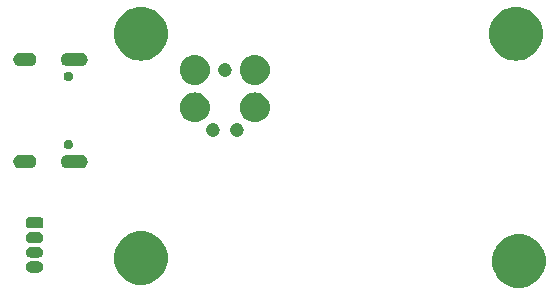
<source format=gbr>
%TF.GenerationSoftware,KiCad,Pcbnew,8.0.2*%
%TF.CreationDate,2024-11-05T19:48:56-03:00*%
%TF.ProjectId,BluetoothBoardSTM32,426c7565-746f-46f7-9468-426f61726453,rev?*%
%TF.SameCoordinates,PX2e0e41fPY5a51da2*%
%TF.FileFunction,Soldermask,Bot*%
%TF.FilePolarity,Negative*%
%FSLAX46Y46*%
G04 Gerber Fmt 4.6, Leading zero omitted, Abs format (unit mm)*
G04 Created by KiCad (PCBNEW 8.0.2) date 2024-11-05 19:48:56*
%MOMM*%
%LPD*%
G01*
G04 APERTURE LIST*
G04 APERTURE END LIST*
G36*
X44754705Y4967600D02*
G01*
X45047212Y4909417D01*
X45329623Y4813551D01*
X45597105Y4681644D01*
X45845081Y4515952D01*
X46069308Y4319309D01*
X46265951Y4095082D01*
X46431643Y3847106D01*
X46563550Y3579624D01*
X46659416Y3297213D01*
X46717599Y3004706D01*
X46737105Y2707106D01*
X46717599Y2409506D01*
X46659416Y2116999D01*
X46563550Y1834588D01*
X46431643Y1567106D01*
X46265951Y1319130D01*
X46069308Y1094903D01*
X45845081Y898260D01*
X45597105Y732568D01*
X45329623Y600661D01*
X45047212Y504795D01*
X44754705Y446612D01*
X44457105Y427106D01*
X44159505Y446612D01*
X43866998Y504795D01*
X43584587Y600661D01*
X43317105Y732568D01*
X43069129Y898260D01*
X42844902Y1094903D01*
X42648259Y1319130D01*
X42482567Y1567106D01*
X42350660Y1834588D01*
X42254794Y2116999D01*
X42196611Y2409506D01*
X42177105Y2707106D01*
X42196611Y3004706D01*
X42254794Y3297213D01*
X42350660Y3579624D01*
X42482567Y3847106D01*
X42648259Y4095082D01*
X42844902Y4319309D01*
X43069129Y4515952D01*
X43317105Y4681644D01*
X43584587Y4813551D01*
X43866998Y4909417D01*
X44159505Y4967600D01*
X44457105Y4987106D01*
X44754705Y4967600D01*
G37*
G36*
X12754705Y5217600D02*
G01*
X13047212Y5159417D01*
X13329623Y5063551D01*
X13597105Y4931644D01*
X13845081Y4765952D01*
X14069308Y4569309D01*
X14265951Y4345082D01*
X14431643Y4097106D01*
X14563550Y3829624D01*
X14659416Y3547213D01*
X14717599Y3254706D01*
X14737105Y2957106D01*
X14717599Y2659506D01*
X14659416Y2366999D01*
X14563550Y2084588D01*
X14431643Y1817106D01*
X14265951Y1569130D01*
X14069308Y1344903D01*
X13845081Y1148260D01*
X13597105Y982568D01*
X13329623Y850661D01*
X13047212Y754795D01*
X12754705Y696612D01*
X12457105Y677106D01*
X12159505Y696612D01*
X11866998Y754795D01*
X11584587Y850661D01*
X11317105Y982568D01*
X11069129Y1148260D01*
X10844902Y1344903D01*
X10648259Y1569130D01*
X10482567Y1817106D01*
X10350660Y2084588D01*
X10254794Y2366999D01*
X10196611Y2659506D01*
X10177105Y2957106D01*
X10196611Y3254706D01*
X10254794Y3547213D01*
X10350660Y3829624D01*
X10482567Y4097106D01*
X10648259Y4345082D01*
X10844902Y4569309D01*
X11069129Y4765952D01*
X11317105Y4931644D01*
X11584587Y5063551D01*
X11866998Y5159417D01*
X12159505Y5217600D01*
X12457105Y5237106D01*
X12754705Y5217600D01*
G37*
G36*
X3769758Y2683000D02*
G01*
X3890793Y2650568D01*
X3999310Y2587916D01*
X4087915Y2499311D01*
X4150567Y2390794D01*
X4182999Y2269759D01*
X4182999Y2144453D01*
X4150567Y2023418D01*
X4087915Y1914901D01*
X3999310Y1826296D01*
X3890793Y1763644D01*
X3769758Y1731212D01*
X3207105Y1727106D01*
X3144452Y1731212D01*
X3023417Y1763644D01*
X2914900Y1826296D01*
X2826295Y1914901D01*
X2763643Y2023418D01*
X2731211Y2144453D01*
X2731211Y2269759D01*
X2763643Y2390794D01*
X2826295Y2499311D01*
X2914900Y2587916D01*
X3023417Y2650568D01*
X3144452Y2683000D01*
X3707105Y2687106D01*
X3769758Y2683000D01*
G37*
G36*
X3769758Y3933000D02*
G01*
X3890793Y3900568D01*
X3999310Y3837916D01*
X4087915Y3749311D01*
X4150567Y3640794D01*
X4182999Y3519759D01*
X4182999Y3394453D01*
X4150567Y3273418D01*
X4087915Y3164901D01*
X3999310Y3076296D01*
X3890793Y3013644D01*
X3769758Y2981212D01*
X3207105Y2977106D01*
X3144452Y2981212D01*
X3023417Y3013644D01*
X2914900Y3076296D01*
X2826295Y3164901D01*
X2763643Y3273418D01*
X2731211Y3394453D01*
X2731211Y3519759D01*
X2763643Y3640794D01*
X2826295Y3749311D01*
X2914900Y3837916D01*
X3023417Y3900568D01*
X3144452Y3933000D01*
X3707105Y3937106D01*
X3769758Y3933000D01*
G37*
G36*
X3769758Y5183000D02*
G01*
X3890793Y5150568D01*
X3999310Y5087916D01*
X4087915Y4999311D01*
X4150567Y4890794D01*
X4182999Y4769759D01*
X4182999Y4644453D01*
X4150567Y4523418D01*
X4087915Y4414901D01*
X3999310Y4326296D01*
X3890793Y4263644D01*
X3769758Y4231212D01*
X3207105Y4227106D01*
X3144452Y4231212D01*
X3023417Y4263644D01*
X2914900Y4326296D01*
X2826295Y4414901D01*
X2763643Y4523418D01*
X2731211Y4644453D01*
X2731211Y4769759D01*
X2763643Y4890794D01*
X2826295Y4999311D01*
X2914900Y5087916D01*
X3023417Y5150568D01*
X3144452Y5183000D01*
X3707105Y5187106D01*
X3769758Y5183000D01*
G37*
G36*
X3971211Y6429669D02*
G01*
X3976183Y6427474D01*
X3978055Y6427227D01*
X4001481Y6416303D01*
X4065343Y6388105D01*
X4138104Y6315344D01*
X4166311Y6251462D01*
X4177225Y6228057D01*
X4177471Y6226188D01*
X4179668Y6221212D01*
X4187105Y6157106D01*
X4187105Y5757106D01*
X4179668Y5693000D01*
X4177470Y5688025D01*
X4177225Y5686156D01*
X4166319Y5662770D01*
X4138104Y5598868D01*
X4065343Y5526107D01*
X4001441Y5497892D01*
X3978055Y5486986D01*
X3976186Y5486741D01*
X3971211Y5484543D01*
X3907105Y5477106D01*
X3007105Y5477106D01*
X2942999Y5484543D01*
X2938023Y5486740D01*
X2936154Y5486986D01*
X2912749Y5497900D01*
X2848867Y5526107D01*
X2776106Y5598868D01*
X2747908Y5662730D01*
X2736984Y5686156D01*
X2736737Y5688028D01*
X2734542Y5693000D01*
X2727105Y5757106D01*
X2727105Y6157106D01*
X2734542Y6221212D01*
X2736737Y6226185D01*
X2736984Y6228057D01*
X2747916Y6251502D01*
X2776106Y6315344D01*
X2848867Y6388105D01*
X2912709Y6416295D01*
X2936154Y6427227D01*
X2938026Y6427474D01*
X2942999Y6429669D01*
X3007105Y6437106D01*
X3907105Y6437106D01*
X3971211Y6429669D01*
G37*
G36*
X3036662Y11716808D02*
G01*
X3087412Y11714314D01*
X3093658Y11713072D01*
X3107810Y11712144D01*
X3135150Y11704819D01*
X3200380Y11691843D01*
X3231168Y11679091D01*
X3254061Y11672956D01*
X3274586Y11661106D01*
X3305372Y11648354D01*
X3360659Y11611413D01*
X3385187Y11597251D01*
X3391901Y11590537D01*
X3399864Y11585216D01*
X3480214Y11504866D01*
X3485534Y11496904D01*
X3492250Y11490188D01*
X3506413Y11465657D01*
X3543352Y11410374D01*
X3556102Y11379591D01*
X3567955Y11359062D01*
X3574090Y11336166D01*
X3586841Y11305382D01*
X3599813Y11240164D01*
X3607143Y11212811D01*
X3607143Y11203318D01*
X3609011Y11193927D01*
X3609011Y11080286D01*
X3607143Y11070896D01*
X3607143Y11061401D01*
X3599813Y11034046D01*
X3586841Y10968831D01*
X3574090Y10938050D01*
X3567955Y10915150D01*
X3556101Y10894619D01*
X3543352Y10863839D01*
X3506417Y10808563D01*
X3492250Y10784024D01*
X3485532Y10777307D01*
X3480214Y10769347D01*
X3399864Y10688997D01*
X3391904Y10683679D01*
X3385187Y10676961D01*
X3360648Y10662794D01*
X3305372Y10625859D01*
X3274592Y10613110D01*
X3254061Y10601256D01*
X3231161Y10595121D01*
X3200380Y10582370D01*
X3135171Y10569400D01*
X3107810Y10562068D01*
X3098034Y10562013D01*
X3088816Y10560179D01*
X2233525Y10557112D01*
X2233487Y10557114D01*
X2232105Y10557106D01*
X2227489Y10557409D01*
X2176797Y10559899D01*
X2170557Y10561141D01*
X2156400Y10562068D01*
X2129047Y10569397D01*
X2063829Y10582370D01*
X2033045Y10595121D01*
X2010149Y10601256D01*
X1989620Y10613109D01*
X1958837Y10625859D01*
X1903554Y10662798D01*
X1879023Y10676961D01*
X1872307Y10683677D01*
X1864345Y10688997D01*
X1783995Y10769347D01*
X1778674Y10777310D01*
X1771960Y10784024D01*
X1757798Y10808552D01*
X1720857Y10863839D01*
X1708105Y10894625D01*
X1696255Y10915150D01*
X1690120Y10938043D01*
X1677368Y10968831D01*
X1664395Y11034052D01*
X1657067Y11061401D01*
X1657067Y11070895D01*
X1655199Y11080286D01*
X1655199Y11193927D01*
X1657067Y11203319D01*
X1657067Y11212811D01*
X1664394Y11240158D01*
X1677368Y11305382D01*
X1690121Y11336173D01*
X1696255Y11359062D01*
X1708103Y11379585D01*
X1720857Y11410374D01*
X1757803Y11465668D01*
X1771960Y11490188D01*
X1778672Y11496901D01*
X1783995Y11504866D01*
X1864345Y11585216D01*
X1872310Y11590539D01*
X1879023Y11597251D01*
X1903543Y11611408D01*
X1958837Y11648354D01*
X1989626Y11661108D01*
X2010149Y11672956D01*
X2033038Y11679090D01*
X2063829Y11691843D01*
X2129056Y11704818D01*
X2156400Y11712144D01*
X2166169Y11712200D01*
X2175393Y11714034D01*
X3030684Y11717101D01*
X3030739Y11717099D01*
X3032105Y11717106D01*
X3036662Y11716808D01*
G37*
G36*
X7366693Y11716806D02*
G01*
X7417412Y11714314D01*
X7423658Y11713072D01*
X7437810Y11712144D01*
X7465150Y11704819D01*
X7530380Y11691843D01*
X7561168Y11679091D01*
X7584061Y11672956D01*
X7604586Y11661106D01*
X7635372Y11648354D01*
X7690659Y11611413D01*
X7715187Y11597251D01*
X7721901Y11590537D01*
X7729864Y11585216D01*
X7810214Y11504866D01*
X7815534Y11496904D01*
X7822250Y11490188D01*
X7836413Y11465657D01*
X7873352Y11410374D01*
X7886102Y11379591D01*
X7897955Y11359062D01*
X7904090Y11336166D01*
X7916841Y11305382D01*
X7929813Y11240164D01*
X7937143Y11212811D01*
X7937143Y11203318D01*
X7939011Y11193927D01*
X7939011Y11080286D01*
X7937143Y11070896D01*
X7937143Y11061401D01*
X7929813Y11034046D01*
X7916841Y10968831D01*
X7904090Y10938050D01*
X7897955Y10915150D01*
X7886101Y10894619D01*
X7873352Y10863839D01*
X7836417Y10808563D01*
X7822250Y10784024D01*
X7815532Y10777307D01*
X7810214Y10769347D01*
X7729864Y10688997D01*
X7721904Y10683679D01*
X7715187Y10676961D01*
X7690648Y10662794D01*
X7635372Y10625859D01*
X7604592Y10613110D01*
X7584061Y10601256D01*
X7561161Y10595121D01*
X7530380Y10582370D01*
X7465166Y10569399D01*
X7437810Y10562068D01*
X7428109Y10562028D01*
X7418844Y10560184D01*
X6263557Y10557111D01*
X6263535Y10557113D01*
X6262105Y10557106D01*
X6257458Y10557411D01*
X6206797Y10559899D01*
X6200557Y10561141D01*
X6186400Y10562068D01*
X6159047Y10569397D01*
X6093829Y10582370D01*
X6063045Y10595121D01*
X6040149Y10601256D01*
X6019620Y10613109D01*
X5988837Y10625859D01*
X5933554Y10662798D01*
X5909023Y10676961D01*
X5902307Y10683677D01*
X5894345Y10688997D01*
X5813995Y10769347D01*
X5808674Y10777310D01*
X5801960Y10784024D01*
X5787798Y10808552D01*
X5750857Y10863839D01*
X5738105Y10894625D01*
X5726255Y10915150D01*
X5720120Y10938043D01*
X5707368Y10968831D01*
X5694395Y11034052D01*
X5687067Y11061401D01*
X5687067Y11070895D01*
X5685199Y11080286D01*
X5685199Y11193927D01*
X5687067Y11203319D01*
X5687067Y11212811D01*
X5694394Y11240158D01*
X5707368Y11305382D01*
X5720121Y11336173D01*
X5726255Y11359062D01*
X5738103Y11379585D01*
X5750857Y11410374D01*
X5787803Y11465668D01*
X5801960Y11490188D01*
X5808672Y11496901D01*
X5813995Y11504866D01*
X5894345Y11585216D01*
X5902310Y11590539D01*
X5909023Y11597251D01*
X5933543Y11611408D01*
X5988837Y11648354D01*
X6019626Y11661108D01*
X6040149Y11672956D01*
X6063038Y11679090D01*
X6093829Y11691843D01*
X6159061Y11704819D01*
X6186400Y11712144D01*
X6196094Y11712185D01*
X6205365Y11714029D01*
X7360652Y11717102D01*
X7360691Y11717101D01*
X7362105Y11717106D01*
X7366693Y11716806D01*
G37*
G36*
X6342146Y12967348D02*
G01*
X6369652Y12967348D01*
X6401864Y12957890D01*
X6437257Y12952284D01*
X6459426Y12940989D01*
X6480079Y12934924D01*
X6513569Y12913401D01*
X6550158Y12894758D01*
X6563790Y12881126D01*
X6576902Y12872699D01*
X6607313Y12837603D01*
X6639757Y12805159D01*
X6645938Y12793028D01*
X6652272Y12785718D01*
X6674821Y12736341D01*
X6697283Y12692258D01*
X6698519Y12684449D01*
X6700082Y12681028D01*
X6710130Y12611145D01*
X6717105Y12567106D01*
X6710129Y12523064D01*
X6700082Y12453185D01*
X6698520Y12449765D01*
X6697283Y12441954D01*
X6674817Y12397863D01*
X6652272Y12348495D01*
X6645939Y12341188D01*
X6639757Y12329053D01*
X6607307Y12296604D01*
X6576902Y12261514D01*
X6563793Y12253090D01*
X6550158Y12239454D01*
X6513561Y12220808D01*
X6480079Y12199289D01*
X6459430Y12193226D01*
X6437257Y12181928D01*
X6401862Y12176323D01*
X6369652Y12166864D01*
X6342146Y12166864D01*
X6312105Y12162106D01*
X6282064Y12166864D01*
X6254558Y12166864D01*
X6222346Y12176323D01*
X6186953Y12181928D01*
X6164780Y12193226D01*
X6144130Y12199289D01*
X6110643Y12220810D01*
X6074052Y12239454D01*
X6060418Y12253088D01*
X6047307Y12261514D01*
X6016895Y12296611D01*
X5984453Y12329053D01*
X5978271Y12341185D01*
X5971937Y12348495D01*
X5949383Y12397882D01*
X5926927Y12441954D01*
X5925690Y12449762D01*
X5924127Y12453185D01*
X5914069Y12523133D01*
X5907105Y12567106D01*
X5914069Y12611077D01*
X5924127Y12681028D01*
X5925690Y12684452D01*
X5926927Y12692258D01*
X5949378Y12736322D01*
X5971937Y12785718D01*
X5978273Y12793031D01*
X5984453Y12805159D01*
X6016888Y12837595D01*
X6047307Y12872699D01*
X6060420Y12881127D01*
X6074052Y12894758D01*
X6110636Y12913399D01*
X6144130Y12934924D01*
X6164784Y12940989D01*
X6186953Y12952284D01*
X6222344Y12957890D01*
X6254558Y12967348D01*
X6282064Y12967348D01*
X6312105Y12972106D01*
X6342146Y12967348D01*
G37*
G36*
X18586425Y14377756D02*
G01*
X18620394Y14377756D01*
X18659341Y14368157D01*
X18700004Y14362803D01*
X18727839Y14351274D01*
X18754946Y14344592D01*
X18796047Y14323021D01*
X18838755Y14305330D01*
X18858240Y14290379D01*
X18877653Y14280190D01*
X18917341Y14245030D01*
X18957904Y14213905D01*
X18969431Y14198882D01*
X18981376Y14188300D01*
X19015633Y14138670D01*
X19049329Y14094756D01*
X19054407Y14082496D01*
X19060101Y14074247D01*
X19084799Y14009124D01*
X19106802Y13956005D01*
X19107789Y13948505D01*
X19109243Y13944672D01*
X19120500Y13851953D01*
X19126405Y13807106D01*
X19120500Y13762256D01*
X19109243Y13669541D01*
X19107789Y13665709D01*
X19106802Y13658207D01*
X19084795Y13605078D01*
X19060101Y13539966D01*
X19054408Y13531720D01*
X19049329Y13519456D01*
X19015626Y13475534D01*
X18981376Y13425913D01*
X18969433Y13415334D01*
X18957904Y13400307D01*
X18917333Y13369177D01*
X18877653Y13334023D01*
X18858244Y13323837D01*
X18838755Y13308882D01*
X18796038Y13291188D01*
X18754946Y13269621D01*
X18727843Y13262941D01*
X18700004Y13251409D01*
X18659338Y13246056D01*
X18620394Y13236456D01*
X18586425Y13236456D01*
X18551105Y13231806D01*
X18515785Y13236456D01*
X18481816Y13236456D01*
X18442870Y13246056D01*
X18402206Y13251409D01*
X18374367Y13262941D01*
X18347263Y13269621D01*
X18306167Y13291190D01*
X18263455Y13308882D01*
X18243967Y13323835D01*
X18224556Y13334023D01*
X18184869Y13369182D01*
X18144306Y13400307D01*
X18132778Y13415331D01*
X18120833Y13425913D01*
X18086573Y13475547D01*
X18052881Y13519456D01*
X18047802Y13531716D01*
X18042108Y13539966D01*
X18017403Y13605107D01*
X17995408Y13658207D01*
X17994420Y13665705D01*
X17992966Y13669541D01*
X17981696Y13762354D01*
X17975805Y13807106D01*
X17981696Y13851855D01*
X17992966Y13944672D01*
X17994421Y13948509D01*
X17995408Y13956005D01*
X18017398Y14009095D01*
X18042108Y14074247D01*
X18047803Y14082500D01*
X18052881Y14094756D01*
X18086566Y14138657D01*
X18120833Y14188300D01*
X18132780Y14198885D01*
X18144306Y14213905D01*
X18184861Y14245024D01*
X18224556Y14280190D01*
X18243971Y14290381D01*
X18263455Y14305330D01*
X18306158Y14323019D01*
X18347263Y14344592D01*
X18374372Y14351274D01*
X18402206Y14362803D01*
X18442867Y14368157D01*
X18481816Y14377756D01*
X18515785Y14377756D01*
X18551105Y14382406D01*
X18586425Y14377756D01*
G37*
G36*
X20618425Y14377756D02*
G01*
X20652394Y14377756D01*
X20691341Y14368157D01*
X20732004Y14362803D01*
X20759839Y14351274D01*
X20786946Y14344592D01*
X20828047Y14323021D01*
X20870755Y14305330D01*
X20890240Y14290379D01*
X20909653Y14280190D01*
X20949341Y14245030D01*
X20989904Y14213905D01*
X21001431Y14198882D01*
X21013376Y14188300D01*
X21047633Y14138670D01*
X21081329Y14094756D01*
X21086407Y14082496D01*
X21092101Y14074247D01*
X21116799Y14009124D01*
X21138802Y13956005D01*
X21139789Y13948505D01*
X21141243Y13944672D01*
X21152500Y13851953D01*
X21158405Y13807106D01*
X21152500Y13762256D01*
X21141243Y13669541D01*
X21139789Y13665709D01*
X21138802Y13658207D01*
X21116795Y13605078D01*
X21092101Y13539966D01*
X21086408Y13531720D01*
X21081329Y13519456D01*
X21047626Y13475534D01*
X21013376Y13425913D01*
X21001433Y13415334D01*
X20989904Y13400307D01*
X20949333Y13369177D01*
X20909653Y13334023D01*
X20890244Y13323837D01*
X20870755Y13308882D01*
X20828038Y13291188D01*
X20786946Y13269621D01*
X20759843Y13262941D01*
X20732004Y13251409D01*
X20691338Y13246056D01*
X20652394Y13236456D01*
X20618425Y13236456D01*
X20583105Y13231806D01*
X20547785Y13236456D01*
X20513816Y13236456D01*
X20474870Y13246056D01*
X20434206Y13251409D01*
X20406367Y13262941D01*
X20379263Y13269621D01*
X20338167Y13291190D01*
X20295455Y13308882D01*
X20275967Y13323835D01*
X20256556Y13334023D01*
X20216869Y13369182D01*
X20176306Y13400307D01*
X20164778Y13415331D01*
X20152833Y13425913D01*
X20118573Y13475547D01*
X20084881Y13519456D01*
X20079802Y13531716D01*
X20074108Y13539966D01*
X20049403Y13605107D01*
X20027408Y13658207D01*
X20026420Y13665705D01*
X20024966Y13669541D01*
X20013696Y13762354D01*
X20007805Y13807106D01*
X20013696Y13851855D01*
X20024966Y13944672D01*
X20026421Y13948509D01*
X20027408Y13956005D01*
X20049398Y14009095D01*
X20074108Y14074247D01*
X20079803Y14082500D01*
X20084881Y14094756D01*
X20118566Y14138657D01*
X20152833Y14188300D01*
X20164780Y14198885D01*
X20176306Y14213905D01*
X20216861Y14245024D01*
X20256556Y14280190D01*
X20275971Y14290381D01*
X20295455Y14305330D01*
X20338158Y14323019D01*
X20379263Y14344592D01*
X20406372Y14351274D01*
X20434206Y14362803D01*
X20474867Y14368157D01*
X20513816Y14377756D01*
X20547785Y14377756D01*
X20583105Y14382406D01*
X20618425Y14377756D01*
G37*
G36*
X17247195Y16960301D02*
G01*
X17460598Y16903119D01*
X17660830Y16809750D01*
X17841806Y16683029D01*
X17998028Y16526807D01*
X18124749Y16345831D01*
X18218118Y16145599D01*
X18275300Y15932196D01*
X18294555Y15712106D01*
X18275300Y15492016D01*
X18218118Y15278613D01*
X18124749Y15078381D01*
X17998028Y14897405D01*
X17841806Y14741183D01*
X17660830Y14614462D01*
X17460598Y14521093D01*
X17247195Y14463911D01*
X17027105Y14444656D01*
X16807015Y14463911D01*
X16593612Y14521093D01*
X16393380Y14614462D01*
X16212404Y14741183D01*
X16056182Y14897405D01*
X15929461Y15078381D01*
X15836092Y15278613D01*
X15778910Y15492016D01*
X15759655Y15712106D01*
X15778910Y15932196D01*
X15836092Y16145599D01*
X15929461Y16345831D01*
X16056182Y16526807D01*
X16212404Y16683029D01*
X16393380Y16809750D01*
X16593612Y16903119D01*
X16807015Y16960301D01*
X17027105Y16979556D01*
X17247195Y16960301D01*
G37*
G36*
X22327195Y16960301D02*
G01*
X22540598Y16903119D01*
X22740830Y16809750D01*
X22921806Y16683029D01*
X23078028Y16526807D01*
X23204749Y16345831D01*
X23298118Y16145599D01*
X23355300Y15932196D01*
X23374555Y15712106D01*
X23355300Y15492016D01*
X23298118Y15278613D01*
X23204749Y15078381D01*
X23078028Y14897405D01*
X22921806Y14741183D01*
X22740830Y14614462D01*
X22540598Y14521093D01*
X22327195Y14463911D01*
X22107105Y14444656D01*
X21887015Y14463911D01*
X21673612Y14521093D01*
X21473380Y14614462D01*
X21292404Y14741183D01*
X21136182Y14897405D01*
X21009461Y15078381D01*
X20916092Y15278613D01*
X20858910Y15492016D01*
X20839655Y15712106D01*
X20858910Y15932196D01*
X20916092Y16145599D01*
X21009461Y16345831D01*
X21136182Y16526807D01*
X21292404Y16683029D01*
X21473380Y16809750D01*
X21673612Y16903119D01*
X21887015Y16960301D01*
X22107105Y16979556D01*
X22327195Y16960301D01*
G37*
G36*
X17247195Y20135301D02*
G01*
X17460598Y20078119D01*
X17660830Y19984750D01*
X17841806Y19858029D01*
X17998028Y19701807D01*
X18124749Y19520831D01*
X18218118Y19320599D01*
X18275300Y19107196D01*
X18294555Y18887106D01*
X18275300Y18667016D01*
X18218118Y18453613D01*
X18124749Y18253381D01*
X17998028Y18072405D01*
X17841806Y17916183D01*
X17660830Y17789462D01*
X17460598Y17696093D01*
X17247195Y17638911D01*
X17027105Y17619656D01*
X16807015Y17638911D01*
X16593612Y17696093D01*
X16393380Y17789462D01*
X16212404Y17916183D01*
X16056182Y18072405D01*
X15929461Y18253381D01*
X15836092Y18453613D01*
X15778910Y18667016D01*
X15759655Y18887106D01*
X15778910Y19107196D01*
X15836092Y19320599D01*
X15929461Y19520831D01*
X16056182Y19701807D01*
X16212404Y19858029D01*
X16393380Y19984750D01*
X16593612Y20078119D01*
X16807015Y20135301D01*
X17027105Y20154556D01*
X17247195Y20135301D01*
G37*
G36*
X22327195Y20135301D02*
G01*
X22540598Y20078119D01*
X22740830Y19984750D01*
X22921806Y19858029D01*
X23078028Y19701807D01*
X23204749Y19520831D01*
X23298118Y19320599D01*
X23355300Y19107196D01*
X23374555Y18887106D01*
X23355300Y18667016D01*
X23298118Y18453613D01*
X23204749Y18253381D01*
X23078028Y18072405D01*
X22921806Y17916183D01*
X22740830Y17789462D01*
X22540598Y17696093D01*
X22327195Y17638911D01*
X22107105Y17619656D01*
X21887015Y17638911D01*
X21673612Y17696093D01*
X21473380Y17789462D01*
X21292404Y17916183D01*
X21136182Y18072405D01*
X21009461Y18253381D01*
X20916092Y18453613D01*
X20858910Y18667016D01*
X20839655Y18887106D01*
X20858910Y19107196D01*
X20916092Y19320599D01*
X21009461Y19520831D01*
X21136182Y19701807D01*
X21292404Y19858029D01*
X21473380Y19984750D01*
X21673612Y20078119D01*
X21887015Y20135301D01*
X22107105Y20154556D01*
X22327195Y20135301D01*
G37*
G36*
X6342146Y18747348D02*
G01*
X6369652Y18747348D01*
X6401864Y18737890D01*
X6437257Y18732284D01*
X6459426Y18720989D01*
X6480079Y18714924D01*
X6513569Y18693401D01*
X6550158Y18674758D01*
X6563790Y18661126D01*
X6576902Y18652699D01*
X6607313Y18617603D01*
X6639757Y18585159D01*
X6645938Y18573028D01*
X6652272Y18565718D01*
X6674821Y18516341D01*
X6697283Y18472258D01*
X6698519Y18464449D01*
X6700082Y18461028D01*
X6710130Y18391145D01*
X6717105Y18347106D01*
X6710129Y18303064D01*
X6700082Y18233185D01*
X6698520Y18229765D01*
X6697283Y18221954D01*
X6674817Y18177863D01*
X6652272Y18128495D01*
X6645939Y18121188D01*
X6639757Y18109053D01*
X6607307Y18076604D01*
X6576902Y18041514D01*
X6563793Y18033090D01*
X6550158Y18019454D01*
X6513561Y18000808D01*
X6480079Y17979289D01*
X6459430Y17973226D01*
X6437257Y17961928D01*
X6401862Y17956323D01*
X6369652Y17946864D01*
X6342146Y17946864D01*
X6312105Y17942106D01*
X6282064Y17946864D01*
X6254558Y17946864D01*
X6222346Y17956323D01*
X6186953Y17961928D01*
X6164780Y17973226D01*
X6144130Y17979289D01*
X6110643Y18000810D01*
X6074052Y18019454D01*
X6060418Y18033088D01*
X6047307Y18041514D01*
X6016895Y18076611D01*
X5984453Y18109053D01*
X5978271Y18121185D01*
X5971937Y18128495D01*
X5949383Y18177882D01*
X5926927Y18221954D01*
X5925690Y18229762D01*
X5924127Y18233185D01*
X5914069Y18303133D01*
X5907105Y18347106D01*
X5914069Y18391077D01*
X5924127Y18461028D01*
X5925690Y18464452D01*
X5926927Y18472258D01*
X5949378Y18516322D01*
X5971937Y18565718D01*
X5978273Y18573031D01*
X5984453Y18585159D01*
X6016888Y18617595D01*
X6047307Y18652699D01*
X6060420Y18661127D01*
X6074052Y18674758D01*
X6110636Y18693399D01*
X6144130Y18714924D01*
X6164784Y18720989D01*
X6186953Y18732284D01*
X6222344Y18737890D01*
X6254558Y18747348D01*
X6282064Y18747348D01*
X6312105Y18752106D01*
X6342146Y18747348D01*
G37*
G36*
X19602425Y19457756D02*
G01*
X19636394Y19457756D01*
X19675341Y19448157D01*
X19716004Y19442803D01*
X19743839Y19431274D01*
X19770946Y19424592D01*
X19812047Y19403021D01*
X19854755Y19385330D01*
X19874240Y19370379D01*
X19893653Y19360190D01*
X19933341Y19325030D01*
X19973904Y19293905D01*
X19985431Y19278882D01*
X19997376Y19268300D01*
X20031633Y19218670D01*
X20065329Y19174756D01*
X20070407Y19162496D01*
X20076101Y19154247D01*
X20100799Y19089124D01*
X20122802Y19036005D01*
X20123789Y19028505D01*
X20125243Y19024672D01*
X20136500Y18931953D01*
X20142405Y18887106D01*
X20136500Y18842256D01*
X20125243Y18749541D01*
X20123789Y18745709D01*
X20122802Y18738207D01*
X20100795Y18685078D01*
X20076101Y18619966D01*
X20070408Y18611720D01*
X20065329Y18599456D01*
X20031626Y18555534D01*
X19997376Y18505913D01*
X19985433Y18495334D01*
X19973904Y18480307D01*
X19933333Y18449177D01*
X19893653Y18414023D01*
X19874244Y18403837D01*
X19854755Y18388882D01*
X19812038Y18371188D01*
X19770946Y18349621D01*
X19743843Y18342941D01*
X19716004Y18331409D01*
X19675338Y18326056D01*
X19636394Y18316456D01*
X19602425Y18316456D01*
X19567105Y18311806D01*
X19531785Y18316456D01*
X19497816Y18316456D01*
X19458870Y18326056D01*
X19418206Y18331409D01*
X19390367Y18342941D01*
X19363263Y18349621D01*
X19322167Y18371190D01*
X19279455Y18388882D01*
X19259967Y18403835D01*
X19240556Y18414023D01*
X19200869Y18449182D01*
X19160306Y18480307D01*
X19148778Y18495331D01*
X19136833Y18505913D01*
X19102573Y18555547D01*
X19068881Y18599456D01*
X19063802Y18611716D01*
X19058108Y18619966D01*
X19033403Y18685107D01*
X19011408Y18738207D01*
X19010420Y18745705D01*
X19008966Y18749541D01*
X18997696Y18842354D01*
X18991805Y18887106D01*
X18997696Y18931855D01*
X19008966Y19024672D01*
X19010421Y19028509D01*
X19011408Y19036005D01*
X19033398Y19089095D01*
X19058108Y19154247D01*
X19063803Y19162500D01*
X19068881Y19174756D01*
X19102566Y19218657D01*
X19136833Y19268300D01*
X19148780Y19278885D01*
X19160306Y19293905D01*
X19200861Y19325024D01*
X19240556Y19360190D01*
X19259971Y19370381D01*
X19279455Y19385330D01*
X19322158Y19403019D01*
X19363263Y19424592D01*
X19390372Y19431274D01*
X19418206Y19442803D01*
X19458867Y19448157D01*
X19497816Y19457756D01*
X19531785Y19457756D01*
X19567105Y19462406D01*
X19602425Y19457756D01*
G37*
G36*
X3036662Y20356808D02*
G01*
X3087412Y20354314D01*
X3093658Y20353072D01*
X3107810Y20352144D01*
X3135150Y20344819D01*
X3200380Y20331843D01*
X3231168Y20319091D01*
X3254061Y20312956D01*
X3274586Y20301106D01*
X3305372Y20288354D01*
X3360659Y20251413D01*
X3385187Y20237251D01*
X3391901Y20230537D01*
X3399864Y20225216D01*
X3480214Y20144866D01*
X3485534Y20136904D01*
X3492250Y20130188D01*
X3506413Y20105657D01*
X3543352Y20050374D01*
X3556102Y20019591D01*
X3567955Y19999062D01*
X3574090Y19976166D01*
X3586841Y19945382D01*
X3599813Y19880164D01*
X3607143Y19852811D01*
X3607143Y19843318D01*
X3609011Y19833927D01*
X3609011Y19720286D01*
X3607143Y19710896D01*
X3607143Y19701401D01*
X3599813Y19674046D01*
X3586841Y19608831D01*
X3574090Y19578050D01*
X3567955Y19555150D01*
X3556101Y19534619D01*
X3543352Y19503839D01*
X3506417Y19448563D01*
X3492250Y19424024D01*
X3485532Y19417307D01*
X3480214Y19409347D01*
X3399864Y19328997D01*
X3391904Y19323679D01*
X3385187Y19316961D01*
X3360648Y19302794D01*
X3305372Y19265859D01*
X3274592Y19253110D01*
X3254061Y19241256D01*
X3231161Y19235121D01*
X3200380Y19222370D01*
X3135171Y19209400D01*
X3107810Y19202068D01*
X3098034Y19202013D01*
X3088816Y19200179D01*
X2233525Y19197112D01*
X2233487Y19197114D01*
X2232105Y19197106D01*
X2227489Y19197409D01*
X2176797Y19199899D01*
X2170557Y19201141D01*
X2156400Y19202068D01*
X2129047Y19209397D01*
X2063829Y19222370D01*
X2033045Y19235121D01*
X2010149Y19241256D01*
X1989620Y19253109D01*
X1958837Y19265859D01*
X1903554Y19302798D01*
X1879023Y19316961D01*
X1872307Y19323677D01*
X1864345Y19328997D01*
X1783995Y19409347D01*
X1778674Y19417310D01*
X1771960Y19424024D01*
X1757798Y19448552D01*
X1720857Y19503839D01*
X1708105Y19534625D01*
X1696255Y19555150D01*
X1690120Y19578043D01*
X1677368Y19608831D01*
X1664395Y19674052D01*
X1657067Y19701401D01*
X1657067Y19710895D01*
X1655199Y19720286D01*
X1655199Y19833927D01*
X1657067Y19843319D01*
X1657067Y19852811D01*
X1664394Y19880158D01*
X1677368Y19945382D01*
X1690121Y19976173D01*
X1696255Y19999062D01*
X1708103Y20019585D01*
X1720857Y20050374D01*
X1757803Y20105668D01*
X1771960Y20130188D01*
X1778672Y20136901D01*
X1783995Y20144866D01*
X1864345Y20225216D01*
X1872310Y20230539D01*
X1879023Y20237251D01*
X1903543Y20251408D01*
X1958837Y20288354D01*
X1989626Y20301108D01*
X2010149Y20312956D01*
X2033038Y20319090D01*
X2063829Y20331843D01*
X2129056Y20344818D01*
X2156400Y20352144D01*
X2166169Y20352200D01*
X2175393Y20354034D01*
X3030684Y20357101D01*
X3030739Y20357099D01*
X3032105Y20357106D01*
X3036662Y20356808D01*
G37*
G36*
X7366693Y20356806D02*
G01*
X7417412Y20354314D01*
X7423658Y20353072D01*
X7437810Y20352144D01*
X7465150Y20344819D01*
X7530380Y20331843D01*
X7561168Y20319091D01*
X7584061Y20312956D01*
X7604586Y20301106D01*
X7635372Y20288354D01*
X7690659Y20251413D01*
X7715187Y20237251D01*
X7721901Y20230537D01*
X7729864Y20225216D01*
X7810214Y20144866D01*
X7815534Y20136904D01*
X7822250Y20130188D01*
X7836413Y20105657D01*
X7873352Y20050374D01*
X7886102Y20019591D01*
X7897955Y19999062D01*
X7904090Y19976166D01*
X7916841Y19945382D01*
X7929813Y19880164D01*
X7937143Y19852811D01*
X7937143Y19843318D01*
X7939011Y19833927D01*
X7939011Y19720286D01*
X7937143Y19710896D01*
X7937143Y19701401D01*
X7929813Y19674046D01*
X7916841Y19608831D01*
X7904090Y19578050D01*
X7897955Y19555150D01*
X7886101Y19534619D01*
X7873352Y19503839D01*
X7836417Y19448563D01*
X7822250Y19424024D01*
X7815532Y19417307D01*
X7810214Y19409347D01*
X7729864Y19328997D01*
X7721904Y19323679D01*
X7715187Y19316961D01*
X7690648Y19302794D01*
X7635372Y19265859D01*
X7604592Y19253110D01*
X7584061Y19241256D01*
X7561161Y19235121D01*
X7530380Y19222370D01*
X7465166Y19209399D01*
X7437810Y19202068D01*
X7428109Y19202028D01*
X7418844Y19200184D01*
X6263557Y19197111D01*
X6263535Y19197113D01*
X6262105Y19197106D01*
X6257458Y19197411D01*
X6206797Y19199899D01*
X6200557Y19201141D01*
X6186400Y19202068D01*
X6159047Y19209397D01*
X6093829Y19222370D01*
X6063045Y19235121D01*
X6040149Y19241256D01*
X6019620Y19253109D01*
X5988837Y19265859D01*
X5933554Y19302798D01*
X5909023Y19316961D01*
X5902307Y19323677D01*
X5894345Y19328997D01*
X5813995Y19409347D01*
X5808674Y19417310D01*
X5801960Y19424024D01*
X5787798Y19448552D01*
X5750857Y19503839D01*
X5738105Y19534625D01*
X5726255Y19555150D01*
X5720120Y19578043D01*
X5707368Y19608831D01*
X5694395Y19674052D01*
X5687067Y19701401D01*
X5687067Y19710895D01*
X5685199Y19720286D01*
X5685199Y19833927D01*
X5687067Y19843319D01*
X5687067Y19852811D01*
X5694394Y19880158D01*
X5707368Y19945382D01*
X5720121Y19976173D01*
X5726255Y19999062D01*
X5738103Y20019585D01*
X5750857Y20050374D01*
X5787803Y20105668D01*
X5801960Y20130188D01*
X5808672Y20136901D01*
X5813995Y20144866D01*
X5894345Y20225216D01*
X5902310Y20230539D01*
X5909023Y20237251D01*
X5933543Y20251408D01*
X5988837Y20288354D01*
X6019626Y20301108D01*
X6040149Y20312956D01*
X6063038Y20319090D01*
X6093829Y20331843D01*
X6159061Y20344819D01*
X6186400Y20352144D01*
X6196094Y20352185D01*
X6205365Y20354029D01*
X7360652Y20357102D01*
X7360691Y20357101D01*
X7362105Y20357106D01*
X7366693Y20356806D01*
G37*
G36*
X12754705Y24217600D02*
G01*
X13047212Y24159417D01*
X13329623Y24063551D01*
X13597105Y23931644D01*
X13845081Y23765952D01*
X14069308Y23569309D01*
X14265951Y23345082D01*
X14431643Y23097106D01*
X14563550Y22829624D01*
X14659416Y22547213D01*
X14717599Y22254706D01*
X14737105Y21957106D01*
X14717599Y21659506D01*
X14659416Y21366999D01*
X14563550Y21084588D01*
X14431643Y20817106D01*
X14265951Y20569130D01*
X14069308Y20344903D01*
X13845081Y20148260D01*
X13597105Y19982568D01*
X13329623Y19850661D01*
X13047212Y19754795D01*
X12754705Y19696612D01*
X12457105Y19677106D01*
X12159505Y19696612D01*
X11866998Y19754795D01*
X11584587Y19850661D01*
X11317105Y19982568D01*
X11069129Y20148260D01*
X10844902Y20344903D01*
X10648259Y20569130D01*
X10482567Y20817106D01*
X10350660Y21084588D01*
X10254794Y21366999D01*
X10196611Y21659506D01*
X10177105Y21957106D01*
X10196611Y22254706D01*
X10254794Y22547213D01*
X10350660Y22829624D01*
X10482567Y23097106D01*
X10648259Y23345082D01*
X10844902Y23569309D01*
X11069129Y23765952D01*
X11317105Y23931644D01*
X11584587Y24063551D01*
X11866998Y24159417D01*
X12159505Y24217600D01*
X12457105Y24237106D01*
X12754705Y24217600D01*
G37*
G36*
X44504705Y24217600D02*
G01*
X44797212Y24159417D01*
X45079623Y24063551D01*
X45347105Y23931644D01*
X45595081Y23765952D01*
X45819308Y23569309D01*
X46015951Y23345082D01*
X46181643Y23097106D01*
X46313550Y22829624D01*
X46409416Y22547213D01*
X46467599Y22254706D01*
X46487105Y21957106D01*
X46467599Y21659506D01*
X46409416Y21366999D01*
X46313550Y21084588D01*
X46181643Y20817106D01*
X46015951Y20569130D01*
X45819308Y20344903D01*
X45595081Y20148260D01*
X45347105Y19982568D01*
X45079623Y19850661D01*
X44797212Y19754795D01*
X44504705Y19696612D01*
X44207105Y19677106D01*
X43909505Y19696612D01*
X43616998Y19754795D01*
X43334587Y19850661D01*
X43067105Y19982568D01*
X42819129Y20148260D01*
X42594902Y20344903D01*
X42398259Y20569130D01*
X42232567Y20817106D01*
X42100660Y21084588D01*
X42004794Y21366999D01*
X41946611Y21659506D01*
X41927105Y21957106D01*
X41946611Y22254706D01*
X42004794Y22547213D01*
X42100660Y22829624D01*
X42232567Y23097106D01*
X42398259Y23345082D01*
X42594902Y23569309D01*
X42819129Y23765952D01*
X43067105Y23931644D01*
X43334587Y24063551D01*
X43616998Y24159417D01*
X43909505Y24217600D01*
X44207105Y24237106D01*
X44504705Y24217600D01*
G37*
M02*

</source>
